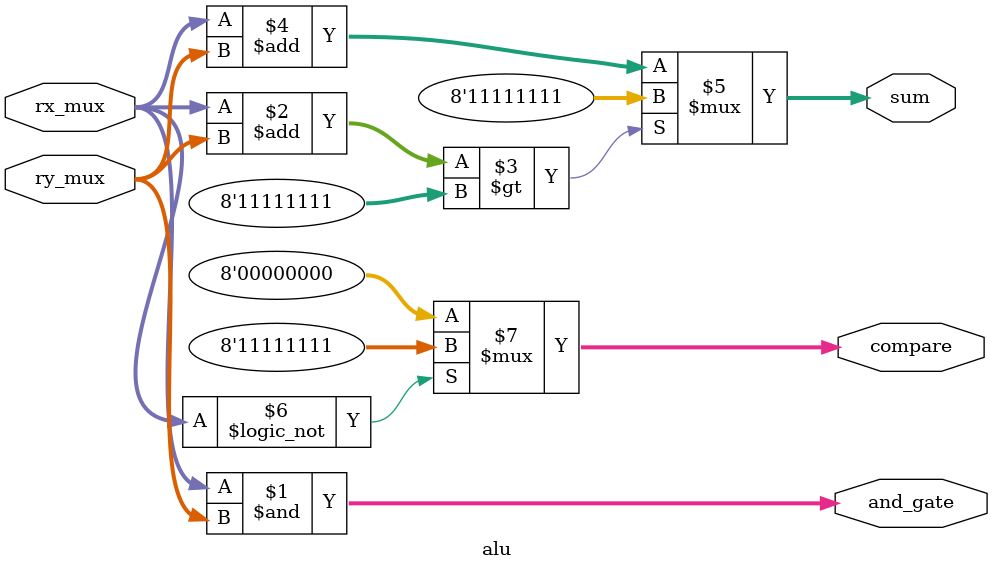
<source format=v>
`timescale 1ns / 1ps
module alu(
    input [7:0] rx_mux,
    input [7:0] ry_mux,
    output [7:0] and_gate,
    output [7:0] sum,
    output [7:0] compare
);
assign and_gate = rx_mux & ry_mux;
assign sum = (rx_mux+ry_mux)>8'd255 ? 8'd255: rx_mux+ry_mux;
assign compare = rx_mux == 1'b0 ? 8'd255 : 8'd0;
endmodule
</source>
